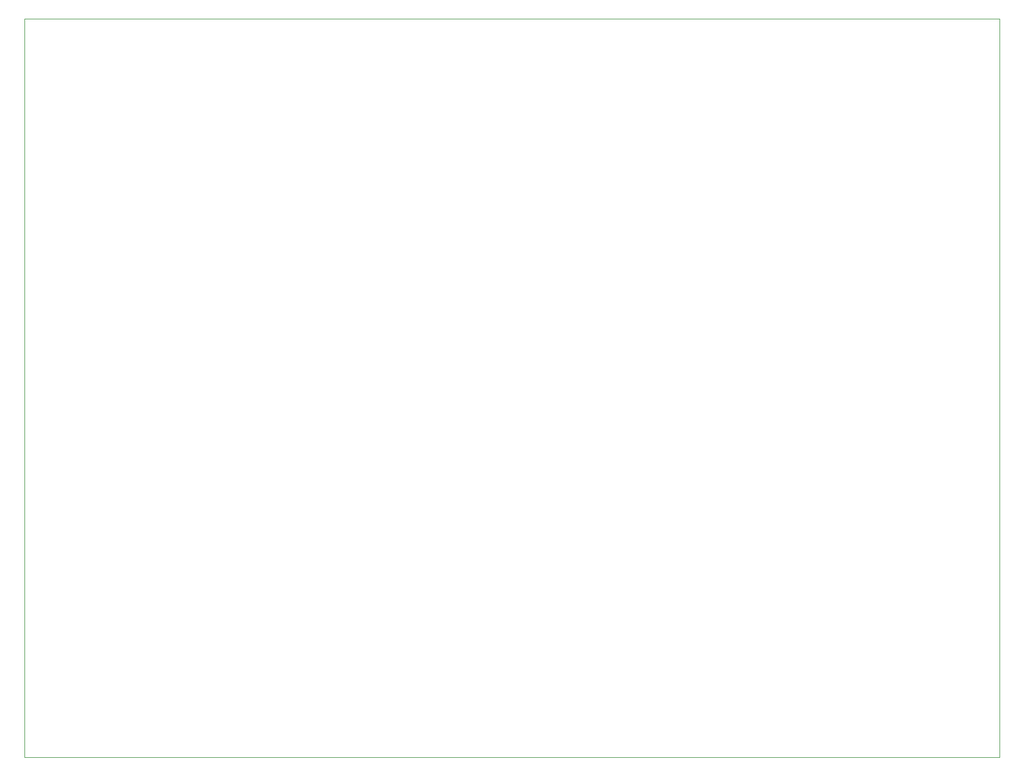
<source format=gbr>
G04 #@! TF.FileFunction,Profile,NP*
%FSLAX46Y46*%
G04 Gerber Fmt 4.6, Leading zero omitted, Abs format (unit mm)*
G04 Created by KiCad (PCBNEW (after 2015-mar-04 BZR unknown)-product) date 9/22/2015 11:28:52 PM*
%MOMM*%
G01*
G04 APERTURE LIST*
%ADD10C,0.100000*%
G04 APERTURE END LIST*
D10*
X45000000Y-40000000D02*
X45000000Y-150000000D01*
X190000000Y-40000000D02*
X45000000Y-40000000D01*
X190000000Y-150000000D02*
X190000000Y-40000000D01*
X45000000Y-150000000D02*
X190000000Y-150000000D01*
M02*

</source>
